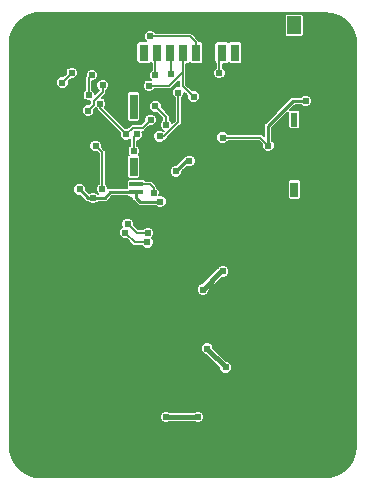
<source format=gbr>
G04 #@! TF.GenerationSoftware,KiCad,Pcbnew,5.0.0-fee4fd1~66~ubuntu16.04.1*
G04 #@! TF.CreationDate,2019-02-25T08:40:39-05:00*
G04 #@! TF.ProjectId,circuit,636972637569742E6B696361645F7063,rev?*
G04 #@! TF.SameCoordinates,Original*
G04 #@! TF.FileFunction,Copper,L2,Bot,Signal*
G04 #@! TF.FilePolarity,Positive*
%FSLAX46Y46*%
G04 Gerber Fmt 4.6, Leading zero omitted, Abs format (unit mm)*
G04 Created by KiCad (PCBNEW 5.0.0-fee4fd1~66~ubuntu16.04.1) date Mon Feb 25 08:40:39 2019*
%MOMM*%
%LPD*%
G01*
G04 APERTURE LIST*
G04 #@! TA.AperFunction,SMDPad,CuDef*
%ADD10R,0.800000X1.400000*%
G04 #@! TD*
G04 #@! TA.AperFunction,SMDPad,CuDef*
%ADD11R,1.160000X1.500000*%
G04 #@! TD*
G04 #@! TA.AperFunction,SMDPad,CuDef*
%ADD12R,0.600000X1.150000*%
G04 #@! TD*
G04 #@! TA.AperFunction,SMDPad,CuDef*
%ADD13R,0.650000X1.300000*%
G04 #@! TD*
G04 #@! TA.AperFunction,SMDPad,CuDef*
%ADD14R,1.150000X0.450000*%
G04 #@! TD*
G04 #@! TA.AperFunction,SMDPad,CuDef*
%ADD15R,0.650000X1.600000*%
G04 #@! TD*
G04 #@! TA.AperFunction,SMDPad,CuDef*
%ADD16R,0.650000X2.140000*%
G04 #@! TD*
G04 #@! TA.AperFunction,ComponentPad*
%ADD17O,1.200000X1.900000*%
G04 #@! TD*
G04 #@! TA.AperFunction,ComponentPad*
%ADD18C,1.450000*%
G04 #@! TD*
G04 #@! TA.AperFunction,ViaPad*
%ADD19C,0.609600*%
G04 #@! TD*
G04 #@! TA.AperFunction,Conductor*
%ADD20C,0.254000*%
G04 #@! TD*
G04 #@! TA.AperFunction,Conductor*
%ADD21C,0.152400*%
G04 #@! TD*
G04 #@! TA.AperFunction,Conductor*
%ADD22C,0.381000*%
G04 #@! TD*
G04 APERTURE END LIST*
D10*
G04 #@! TO.P,SD1,4*
G04 #@! TO.N,VCC*
X198141660Y-78281300D03*
G04 #@! TO.P,SD1,5*
G04 #@! TO.N,/sck*
X199241660Y-78281300D03*
G04 #@! TO.P,SD1,6*
G04 #@! TO.N,GND*
X200341660Y-78281300D03*
G04 #@! TO.P,SD1,7*
G04 #@! TO.N,/miso*
X201441660Y-78281300D03*
G04 #@! TO.P,SD1,8*
G04 #@! TO.N,Net-(SD1-Pad8)*
X202541660Y-78281300D03*
G04 #@! TO.P,SD1,3*
G04 #@! TO.N,/mosi*
X197041660Y-78281300D03*
G04 #@! TO.P,SD1,2*
G04 #@! TO.N,/SD_Select*
X195941660Y-78281300D03*
G04 #@! TO.P,SD1,1*
G04 #@! TO.N,Net-(SD1-Pad1)*
X194841660Y-78281300D03*
D11*
G04 #@! TO.P,SD1,*
G04 #@! TO.N,*
X207561660Y-75981300D03*
D12*
X207561660Y-83956300D03*
D13*
X207586660Y-89881300D03*
D14*
G04 #@! TO.P,SD1,9*
G04 #@! TO.N,VCC*
X194201660Y-90106300D03*
D15*
G04 #@! TO.P,SD1,*
G04 #@! TO.N,*
X193961660Y-87941300D03*
D16*
X193961660Y-82861300D03*
D14*
G04 #@! TO.P,SD1,10*
G04 #@! TO.N,/cardIN*
X194201660Y-89446300D03*
G04 #@! TD*
D17*
G04 #@! TO.P,J5,6*
G04 #@! TO.N,GND*
X185849380Y-76083680D03*
X192849380Y-76083680D03*
D18*
X186849380Y-78783680D03*
X191849380Y-78783680D03*
G04 #@! TD*
D19*
G04 #@! TO.N,GND*
X185018680Y-88204040D03*
X186959240Y-88198960D03*
X211541360Y-87198200D03*
X206618840Y-92969080D03*
X208742280Y-93080840D03*
X209819240Y-92364560D03*
X209793840Y-90119200D03*
X203631800Y-81041240D03*
X202371960Y-82067400D03*
X202539600Y-84480400D03*
X207472280Y-94691200D03*
X208396840Y-96347280D03*
X205531720Y-104302560D03*
X207187800Y-109047280D03*
X194863720Y-100863400D03*
X194939920Y-111465360D03*
X186298840Y-111312960D03*
X197886320Y-90708480D03*
X200380600Y-100223320D03*
X200411080Y-101843840D03*
X189788800Y-100482400D03*
X200233280Y-76514960D03*
G04 #@! TO.N,/miso*
X193988709Y-86620331D03*
X194233800Y-85206840D03*
X201218800Y-80025240D03*
G04 #@! TO.N,/sck*
X190178709Y-81890851D03*
X190433801Y-80193039D03*
X195376800Y-76911200D03*
X190754000Y-86187280D03*
X191305400Y-89829640D03*
G04 #@! TO.N,/mosi*
X193344800Y-85222080D03*
X191135000Y-82621120D03*
X195417440Y-83987640D03*
X197175120Y-80142080D03*
G04 #@! TO.N,/RESET*
X188737240Y-80010000D03*
X187930809Y-80821511D03*
G04 #@! TO.N,/cardIN*
X195661280Y-90185240D03*
X197739000Y-81681320D03*
X196174360Y-85369400D03*
G04 #@! TO.N,/SD_Select*
X196707760Y-84424520D03*
X195817509Y-82833229D03*
X195803520Y-80218280D03*
G04 #@! TO.N,/INT2*
X195183760Y-93558360D03*
X193456560Y-92793230D03*
G04 #@! TO.N,/INT1*
X195135500Y-94343220D03*
X193273680Y-93532960D03*
G04 #@! TO.N,VCC*
X205369160Y-86172040D03*
X208528920Y-82392520D03*
X196712840Y-109128560D03*
X199420480Y-109143800D03*
X198699120Y-87467440D03*
X197551040Y-88346280D03*
X196225160Y-90911680D03*
X189392448Y-89875248D03*
X201503280Y-85481160D03*
X190124080Y-83200240D03*
X191358520Y-81046320D03*
X190545720Y-90591641D03*
X195275200Y-81102200D03*
X201538840Y-96814640D03*
X199842120Y-98348800D03*
X200197720Y-103352600D03*
X201762360Y-104947720D03*
X199044560Y-82021680D03*
G04 #@! TD*
D20*
G04 #@! TO.N,GND*
X208630520Y-92969080D02*
X208742280Y-93080840D01*
X206618840Y-92969080D02*
X208630520Y-92969080D01*
X209819240Y-90144600D02*
X209793840Y-90119200D01*
X209819240Y-92364560D02*
X209819240Y-90144600D01*
X203398120Y-81041240D02*
X202371960Y-82067400D01*
X203631800Y-81041240D02*
X203398120Y-81041240D01*
D21*
G04 #@! TO.N,/miso*
X193988709Y-85451931D02*
X194233800Y-85206840D01*
X193988709Y-86620331D02*
X193988709Y-85451931D01*
X201218800Y-78504160D02*
X201441660Y-78281300D01*
X201218800Y-80025240D02*
X201218800Y-78504160D01*
G04 #@! TO.N,/sck*
X190178709Y-80448131D02*
X190433801Y-80193039D01*
X190178709Y-81890851D02*
X190178709Y-80448131D01*
X199241660Y-77428900D02*
X199241660Y-78281300D01*
X198723960Y-76911200D02*
X199241660Y-77428900D01*
X195376800Y-76911200D02*
X198723960Y-76911200D01*
X191305400Y-86738680D02*
X190754000Y-86187280D01*
X191305400Y-89829640D02*
X191305400Y-86738680D01*
G04 #@! TO.N,/mosi*
X191135000Y-83012280D02*
X191135000Y-82621120D01*
X193344800Y-85222080D02*
X191135000Y-83012280D01*
X193893441Y-84673439D02*
X194731641Y-84673439D01*
X194731641Y-84673439D02*
X195417440Y-83987640D01*
X193344800Y-85222080D02*
X193893441Y-84673439D01*
X197175120Y-78414760D02*
X197041660Y-78281300D01*
X197175120Y-80142080D02*
X197175120Y-78414760D01*
G04 #@! TO.N,/RESET*
X188737240Y-80015080D02*
X187930809Y-80821511D01*
X188737240Y-80010000D02*
X188737240Y-80015080D01*
G04 #@! TO.N,/cardIN*
X195661280Y-90185240D02*
X195661280Y-89738200D01*
X195369380Y-89446300D02*
X194201660Y-89446300D01*
X195661280Y-89738200D02*
X195369380Y-89446300D01*
X196552314Y-85369400D02*
X196174360Y-85369400D01*
X197739000Y-84182714D02*
X196552314Y-85369400D01*
X197739000Y-81681320D02*
X197739000Y-84182714D01*
G04 #@! TO.N,/SD_Select*
X196707760Y-83723480D02*
X195817509Y-82833229D01*
X196707760Y-84424520D02*
X196707760Y-83723480D01*
X195803520Y-78419440D02*
X195941660Y-78281300D01*
X195803520Y-80218280D02*
X195803520Y-78419440D01*
G04 #@! TO.N,/INT2*
X194221690Y-93558360D02*
X193456560Y-92793230D01*
X195183760Y-93558360D02*
X194221690Y-93558360D01*
G04 #@! TO.N,/INT1*
X194083940Y-94343220D02*
X193273680Y-93532960D01*
X195135500Y-94343220D02*
X194083940Y-94343220D01*
D20*
G04 #@! TO.N,VCC*
X205369160Y-86172040D02*
X205369160Y-84510880D01*
X207487520Y-82392520D02*
X208528920Y-82392520D01*
X205369160Y-84510880D02*
X207487520Y-82392520D01*
D22*
X199405240Y-109128560D02*
X199420480Y-109143800D01*
X196712840Y-109128560D02*
X199405240Y-109128560D01*
D20*
X198429880Y-87467440D02*
X197551040Y-88346280D01*
X198699120Y-87467440D02*
X198429880Y-87467440D01*
X194201660Y-90585300D02*
X194201660Y-90106300D01*
X194528040Y-90911680D02*
X194201660Y-90585300D01*
X196225160Y-90911680D02*
X194528040Y-90911680D01*
X194201660Y-90106300D02*
X192007438Y-90106300D01*
X190108841Y-90591641D02*
X189392448Y-89875248D01*
X192007438Y-90106300D02*
X191522097Y-90591641D01*
D21*
X204678280Y-85481160D02*
X205369160Y-86172040D01*
X201503280Y-85481160D02*
X204678280Y-85481160D01*
X190124080Y-83200240D02*
X190601599Y-82722721D01*
X190601599Y-82722721D02*
X190601599Y-82365087D01*
X190601599Y-82365087D02*
X191358520Y-81608166D01*
X191358520Y-81608166D02*
X191358520Y-81046320D01*
D20*
X191522097Y-90591641D02*
X190545720Y-90591641D01*
X190545720Y-90591641D02*
X190108841Y-90591641D01*
D21*
X198141660Y-79133700D02*
X198141660Y-78281300D01*
X198141660Y-79964974D02*
X198141660Y-79133700D01*
X197004434Y-81102200D02*
X198141660Y-79964974D01*
X195275200Y-81102200D02*
X197004434Y-81102200D01*
D22*
X201376280Y-96814640D02*
X199842120Y-98348800D01*
X201538840Y-96814640D02*
X201376280Y-96814640D01*
X200197720Y-103383080D02*
X201762360Y-104947720D01*
X200197720Y-103352600D02*
X200197720Y-103383080D01*
D21*
X198141660Y-81118780D02*
X199044560Y-82021680D01*
X198141660Y-78281300D02*
X198141660Y-81118780D01*
G04 #@! TD*
G04 #@! TO.N,GND*
G36*
X210757442Y-74989169D02*
X211338545Y-75200100D01*
X211855543Y-75539059D01*
X212280691Y-75987854D01*
X212591193Y-76522423D01*
X212771694Y-77118388D01*
X212814801Y-77601399D01*
X212814800Y-111567665D01*
X212740985Y-112200796D01*
X212530054Y-112781901D01*
X212191097Y-113298895D01*
X211742301Y-113724044D01*
X211207731Y-114034547D01*
X210611764Y-114215048D01*
X210128766Y-114258154D01*
X186162489Y-114258154D01*
X185529358Y-114184339D01*
X184948253Y-113973408D01*
X184431259Y-113634451D01*
X184006110Y-113185655D01*
X183695607Y-112651085D01*
X183515106Y-112055118D01*
X183472000Y-111572120D01*
X183472000Y-109022460D01*
X196179440Y-109022460D01*
X196179440Y-109234660D01*
X196260645Y-109430707D01*
X196410693Y-109580755D01*
X196606740Y-109661960D01*
X196818940Y-109661960D01*
X197014987Y-109580755D01*
X197048082Y-109547660D01*
X199069998Y-109547660D01*
X199118333Y-109595995D01*
X199314380Y-109677200D01*
X199526580Y-109677200D01*
X199722627Y-109595995D01*
X199872675Y-109445947D01*
X199953880Y-109249900D01*
X199953880Y-109037700D01*
X199872675Y-108841653D01*
X199722627Y-108691605D01*
X199526580Y-108610400D01*
X199314380Y-108610400D01*
X199118333Y-108691605D01*
X199100478Y-108709460D01*
X197048082Y-108709460D01*
X197014987Y-108676365D01*
X196818940Y-108595160D01*
X196606740Y-108595160D01*
X196410693Y-108676365D01*
X196260645Y-108826413D01*
X196179440Y-109022460D01*
X183472000Y-109022460D01*
X183472000Y-103246500D01*
X199664320Y-103246500D01*
X199664320Y-103458700D01*
X199745525Y-103654747D01*
X199895573Y-103804795D01*
X200091620Y-103886000D01*
X200107944Y-103886000D01*
X201228960Y-105007017D01*
X201228960Y-105053820D01*
X201310165Y-105249867D01*
X201460213Y-105399915D01*
X201656260Y-105481120D01*
X201868460Y-105481120D01*
X202064507Y-105399915D01*
X202214555Y-105249867D01*
X202295760Y-105053820D01*
X202295760Y-104841620D01*
X202214555Y-104645573D01*
X202064507Y-104495525D01*
X201868460Y-104414320D01*
X201821657Y-104414320D01*
X200731120Y-103323784D01*
X200731120Y-103246500D01*
X200649915Y-103050453D01*
X200499867Y-102900405D01*
X200303820Y-102819200D01*
X200091620Y-102819200D01*
X199895573Y-102900405D01*
X199745525Y-103050453D01*
X199664320Y-103246500D01*
X183472000Y-103246500D01*
X183472000Y-98242700D01*
X199308720Y-98242700D01*
X199308720Y-98454900D01*
X199389925Y-98650947D01*
X199539973Y-98800995D01*
X199736020Y-98882200D01*
X199948220Y-98882200D01*
X200144267Y-98800995D01*
X200294315Y-98650947D01*
X200375520Y-98454900D01*
X200375520Y-98408096D01*
X201435577Y-97348040D01*
X201644940Y-97348040D01*
X201840987Y-97266835D01*
X201991035Y-97116787D01*
X202072240Y-96920740D01*
X202072240Y-96708540D01*
X201991035Y-96512493D01*
X201840987Y-96362445D01*
X201644940Y-96281240D01*
X201432740Y-96281240D01*
X201236693Y-96362445D01*
X201111875Y-96487263D01*
X201074126Y-96512486D01*
X201050746Y-96547477D01*
X199782824Y-97815400D01*
X199736020Y-97815400D01*
X199539973Y-97896605D01*
X199389925Y-98046653D01*
X199308720Y-98242700D01*
X183472000Y-98242700D01*
X183472000Y-93426860D01*
X192740280Y-93426860D01*
X192740280Y-93639060D01*
X192821485Y-93835107D01*
X192971533Y-93985155D01*
X193167580Y-94066360D01*
X193376028Y-94066360D01*
X193847188Y-94537520D01*
X193864192Y-94562968D01*
X193965013Y-94630335D01*
X194053922Y-94648020D01*
X194053925Y-94648020D01*
X194083940Y-94653990D01*
X194113955Y-94648020D01*
X194685958Y-94648020D01*
X194833353Y-94795415D01*
X195029400Y-94876620D01*
X195241600Y-94876620D01*
X195437647Y-94795415D01*
X195587695Y-94645367D01*
X195668900Y-94449320D01*
X195668900Y-94237120D01*
X195587695Y-94041073D01*
X195521542Y-93974920D01*
X195635955Y-93860507D01*
X195717160Y-93664460D01*
X195717160Y-93452260D01*
X195635955Y-93256213D01*
X195485907Y-93106165D01*
X195289860Y-93024960D01*
X195077660Y-93024960D01*
X194881613Y-93106165D01*
X194734218Y-93253560D01*
X194347942Y-93253560D01*
X193989960Y-92895578D01*
X193989960Y-92687130D01*
X193908755Y-92491083D01*
X193758707Y-92341035D01*
X193562660Y-92259830D01*
X193350460Y-92259830D01*
X193154413Y-92341035D01*
X193004365Y-92491083D01*
X192923160Y-92687130D01*
X192923160Y-92899330D01*
X192994391Y-93071297D01*
X192971533Y-93080765D01*
X192821485Y-93230813D01*
X192740280Y-93426860D01*
X183472000Y-93426860D01*
X183472000Y-89769148D01*
X188859048Y-89769148D01*
X188859048Y-89981348D01*
X188940253Y-90177395D01*
X189090301Y-90327443D01*
X189286348Y-90408648D01*
X189422954Y-90408648D01*
X189832632Y-90818327D01*
X189852468Y-90848014D01*
X189882155Y-90867850D01*
X189882156Y-90867851D01*
X189970093Y-90926608D01*
X190108841Y-90954207D01*
X190143861Y-90947241D01*
X190146978Y-90947241D01*
X190243573Y-91043836D01*
X190439620Y-91125041D01*
X190651820Y-91125041D01*
X190847867Y-91043836D01*
X190944462Y-90947241D01*
X191487077Y-90947241D01*
X191522097Y-90954207D01*
X191557117Y-90947241D01*
X191660845Y-90926608D01*
X191778470Y-90848014D01*
X191798308Y-90818324D01*
X192154733Y-90461900D01*
X193438990Y-90461900D01*
X193461849Y-90496111D01*
X193537465Y-90546636D01*
X193626660Y-90564378D01*
X193843256Y-90564378D01*
X193839094Y-90585300D01*
X193853020Y-90655307D01*
X193866693Y-90724047D01*
X193945287Y-90841672D01*
X193974975Y-90861509D01*
X194251830Y-91138365D01*
X194271667Y-91168053D01*
X194301354Y-91187889D01*
X194301355Y-91187890D01*
X194389292Y-91246647D01*
X194528039Y-91274246D01*
X194563059Y-91267280D01*
X195826418Y-91267280D01*
X195923013Y-91363875D01*
X196119060Y-91445080D01*
X196331260Y-91445080D01*
X196527307Y-91363875D01*
X196677355Y-91213827D01*
X196758560Y-91017780D01*
X196758560Y-90805580D01*
X196677355Y-90609533D01*
X196527307Y-90459485D01*
X196331260Y-90378280D01*
X196158668Y-90378280D01*
X196194680Y-90291340D01*
X196194680Y-90079140D01*
X196113475Y-89883093D01*
X195971475Y-89741093D01*
X195972050Y-89738200D01*
X195966080Y-89708185D01*
X195966080Y-89708182D01*
X195948395Y-89619273D01*
X195917544Y-89573101D01*
X195898032Y-89543899D01*
X195898030Y-89543897D01*
X195881028Y-89518452D01*
X195855583Y-89501450D01*
X195606132Y-89251999D01*
X195592301Y-89231300D01*
X207028582Y-89231300D01*
X207028582Y-90531300D01*
X207046324Y-90620495D01*
X207096849Y-90696111D01*
X207172465Y-90746636D01*
X207261660Y-90764378D01*
X207911660Y-90764378D01*
X208000855Y-90746636D01*
X208076471Y-90696111D01*
X208126996Y-90620495D01*
X208144738Y-90531300D01*
X208144738Y-89231300D01*
X208126996Y-89142105D01*
X208076471Y-89066489D01*
X208000855Y-89015964D01*
X207911660Y-88998222D01*
X207261660Y-88998222D01*
X207172465Y-89015964D01*
X207096849Y-89066489D01*
X207046324Y-89142105D01*
X207028582Y-89231300D01*
X195592301Y-89231300D01*
X195589128Y-89226552D01*
X195488307Y-89159185D01*
X195399398Y-89141500D01*
X195399394Y-89141500D01*
X195369380Y-89135530D01*
X195339366Y-89141500D01*
X194993865Y-89141500D01*
X194991996Y-89132105D01*
X194941471Y-89056489D01*
X194865855Y-89005964D01*
X194776660Y-88988222D01*
X193626660Y-88988222D01*
X193537465Y-89005964D01*
X193461849Y-89056489D01*
X193411324Y-89132105D01*
X193393582Y-89221300D01*
X193393582Y-89671300D01*
X193409376Y-89750700D01*
X192042458Y-89750700D01*
X192007438Y-89743734D01*
X191972418Y-89750700D01*
X191868690Y-89771333D01*
X191838800Y-89791305D01*
X191838800Y-89723540D01*
X191757595Y-89527493D01*
X191610200Y-89380098D01*
X191610200Y-86768692D01*
X191616170Y-86738679D01*
X191610200Y-86708666D01*
X191610200Y-86708662D01*
X191592515Y-86619753D01*
X191525148Y-86518932D01*
X191499700Y-86501928D01*
X191287400Y-86289628D01*
X191287400Y-86081180D01*
X191206195Y-85885133D01*
X191056147Y-85735085D01*
X190860100Y-85653880D01*
X190647900Y-85653880D01*
X190451853Y-85735085D01*
X190301805Y-85885133D01*
X190220600Y-86081180D01*
X190220600Y-86293380D01*
X190301805Y-86489427D01*
X190451853Y-86639475D01*
X190647900Y-86720680D01*
X190856348Y-86720680D01*
X191000601Y-86864933D01*
X191000600Y-89380098D01*
X190853205Y-89527493D01*
X190772000Y-89723540D01*
X190772000Y-89935740D01*
X190853205Y-90131787D01*
X190957459Y-90236041D01*
X190944462Y-90236041D01*
X190847867Y-90139446D01*
X190651820Y-90058241D01*
X190439620Y-90058241D01*
X190243573Y-90139446D01*
X190201557Y-90181462D01*
X189925848Y-89905754D01*
X189925848Y-89769148D01*
X189844643Y-89573101D01*
X189694595Y-89423053D01*
X189498548Y-89341848D01*
X189286348Y-89341848D01*
X189090301Y-89423053D01*
X188940253Y-89573101D01*
X188859048Y-89769148D01*
X183472000Y-89769148D01*
X183472000Y-83094140D01*
X189590680Y-83094140D01*
X189590680Y-83306340D01*
X189671885Y-83502387D01*
X189821933Y-83652435D01*
X190017980Y-83733640D01*
X190230180Y-83733640D01*
X190426227Y-83652435D01*
X190576275Y-83502387D01*
X190657480Y-83306340D01*
X190657480Y-83097893D01*
X190757455Y-82997917D01*
X190832853Y-83073315D01*
X190836686Y-83074903D01*
X190847885Y-83131206D01*
X190871110Y-83165964D01*
X190915252Y-83232028D01*
X190940700Y-83249032D01*
X192811400Y-85119732D01*
X192811400Y-85328180D01*
X192892605Y-85524227D01*
X193042653Y-85674275D01*
X193238700Y-85755480D01*
X193450900Y-85755480D01*
X193646947Y-85674275D01*
X193683910Y-85637312D01*
X193683909Y-86170789D01*
X193536514Y-86318184D01*
X193455309Y-86514231D01*
X193455309Y-86726431D01*
X193536514Y-86922478D01*
X193542990Y-86928954D01*
X193471849Y-86976489D01*
X193421324Y-87052105D01*
X193403582Y-87141300D01*
X193403582Y-88741300D01*
X193421324Y-88830495D01*
X193471849Y-88906111D01*
X193547465Y-88956636D01*
X193636660Y-88974378D01*
X194286660Y-88974378D01*
X194375855Y-88956636D01*
X194451471Y-88906111D01*
X194501996Y-88830495D01*
X194519738Y-88741300D01*
X194519738Y-88240180D01*
X197017640Y-88240180D01*
X197017640Y-88452380D01*
X197098845Y-88648427D01*
X197248893Y-88798475D01*
X197444940Y-88879680D01*
X197657140Y-88879680D01*
X197853187Y-88798475D01*
X198003235Y-88648427D01*
X198084440Y-88452380D01*
X198084440Y-88315774D01*
X198456091Y-87944123D01*
X198593020Y-88000840D01*
X198805220Y-88000840D01*
X199001267Y-87919635D01*
X199151315Y-87769587D01*
X199232520Y-87573540D01*
X199232520Y-87361340D01*
X199151315Y-87165293D01*
X199001267Y-87015245D01*
X198805220Y-86934040D01*
X198593020Y-86934040D01*
X198396973Y-87015245D01*
X198256816Y-87155402D01*
X198173507Y-87211067D01*
X198153669Y-87240757D01*
X197581546Y-87812880D01*
X197444940Y-87812880D01*
X197248893Y-87894085D01*
X197098845Y-88044133D01*
X197017640Y-88240180D01*
X194519738Y-88240180D01*
X194519738Y-87141300D01*
X194501996Y-87052105D01*
X194451471Y-86976489D01*
X194412759Y-86950623D01*
X194440904Y-86922478D01*
X194522109Y-86726431D01*
X194522109Y-86514231D01*
X194440904Y-86318184D01*
X194293509Y-86170789D01*
X194293509Y-85740240D01*
X194339900Y-85740240D01*
X194535947Y-85659035D01*
X194685995Y-85508987D01*
X194767200Y-85312940D01*
X194767200Y-85100740D01*
X194717790Y-84981454D01*
X194731641Y-84984209D01*
X194761655Y-84978239D01*
X194761659Y-84978239D01*
X194850568Y-84960554D01*
X194951389Y-84893187D01*
X194968393Y-84867739D01*
X195315092Y-84521040D01*
X195523540Y-84521040D01*
X195719587Y-84439835D01*
X195869635Y-84289787D01*
X195950840Y-84093740D01*
X195950840Y-83881540D01*
X195869635Y-83685493D01*
X195719587Y-83535445D01*
X195523540Y-83454240D01*
X195311340Y-83454240D01*
X195115293Y-83535445D01*
X194965245Y-83685493D01*
X194884040Y-83881540D01*
X194884040Y-84089988D01*
X194605389Y-84368639D01*
X193923456Y-84368639D01*
X193893441Y-84362669D01*
X193863426Y-84368639D01*
X193863423Y-84368639D01*
X193774514Y-84386324D01*
X193673693Y-84453691D01*
X193656689Y-84479139D01*
X193447148Y-84688680D01*
X193242452Y-84688680D01*
X191532117Y-82978345D01*
X191587195Y-82923267D01*
X191668400Y-82727220D01*
X191668400Y-82515020D01*
X191587195Y-82318973D01*
X191437147Y-82168925D01*
X191289833Y-82107906D01*
X191552824Y-81844915D01*
X191578268Y-81827914D01*
X191595270Y-81802469D01*
X191595272Y-81802467D01*
X191602733Y-81791300D01*
X193403582Y-81791300D01*
X193403582Y-83931300D01*
X193421324Y-84020495D01*
X193471849Y-84096111D01*
X193547465Y-84146636D01*
X193636660Y-84164378D01*
X194286660Y-84164378D01*
X194375855Y-84146636D01*
X194451471Y-84096111D01*
X194501996Y-84020495D01*
X194519738Y-83931300D01*
X194519738Y-81791300D01*
X194501996Y-81702105D01*
X194451471Y-81626489D01*
X194375855Y-81575964D01*
X194286660Y-81558222D01*
X193636660Y-81558222D01*
X193547465Y-81575964D01*
X193471849Y-81626489D01*
X193421324Y-81702105D01*
X193403582Y-81791300D01*
X191602733Y-81791300D01*
X191645635Y-81727093D01*
X191660710Y-81651303D01*
X191663320Y-81638184D01*
X191663320Y-81638181D01*
X191669290Y-81608166D01*
X191663320Y-81578152D01*
X191663320Y-81495862D01*
X191810715Y-81348467D01*
X191891920Y-81152420D01*
X191891920Y-80940220D01*
X191810715Y-80744173D01*
X191660667Y-80594125D01*
X191464620Y-80512920D01*
X191252420Y-80512920D01*
X191056373Y-80594125D01*
X190906325Y-80744173D01*
X190825120Y-80940220D01*
X190825120Y-81152420D01*
X190906325Y-81348467D01*
X191046746Y-81488888D01*
X190712109Y-81823525D01*
X190712109Y-81784751D01*
X190630904Y-81588704D01*
X190483509Y-81441309D01*
X190483509Y-80726439D01*
X190539901Y-80726439D01*
X190735948Y-80645234D01*
X190885996Y-80495186D01*
X190967201Y-80299139D01*
X190967201Y-80086939D01*
X190885996Y-79890892D01*
X190735948Y-79740844D01*
X190539901Y-79659639D01*
X190327701Y-79659639D01*
X190131654Y-79740844D01*
X189981606Y-79890892D01*
X189900401Y-80086939D01*
X189900401Y-80299139D01*
X189904719Y-80309563D01*
X189891594Y-80329205D01*
X189867939Y-80448131D01*
X189873910Y-80478150D01*
X189873909Y-81441309D01*
X189726514Y-81588704D01*
X189645309Y-81784751D01*
X189645309Y-81996951D01*
X189726514Y-82192998D01*
X189876562Y-82343046D01*
X190072609Y-82424251D01*
X190284809Y-82424251D01*
X190296799Y-82419285D01*
X190296799Y-82596468D01*
X190226427Y-82666840D01*
X190017980Y-82666840D01*
X189821933Y-82748045D01*
X189671885Y-82898093D01*
X189590680Y-83094140D01*
X183472000Y-83094140D01*
X183472000Y-80715411D01*
X187397409Y-80715411D01*
X187397409Y-80927611D01*
X187478614Y-81123658D01*
X187628662Y-81273706D01*
X187824709Y-81354911D01*
X188036909Y-81354911D01*
X188232956Y-81273706D01*
X188383004Y-81123658D01*
X188464209Y-80927611D01*
X188464209Y-80719163D01*
X188639972Y-80543400D01*
X188843340Y-80543400D01*
X189039387Y-80462195D01*
X189189435Y-80312147D01*
X189270640Y-80116100D01*
X189270640Y-79903900D01*
X189189435Y-79707853D01*
X189039387Y-79557805D01*
X188843340Y-79476600D01*
X188631140Y-79476600D01*
X188435093Y-79557805D01*
X188285045Y-79707853D01*
X188203840Y-79903900D01*
X188203840Y-80116100D01*
X188204229Y-80117039D01*
X188033157Y-80288111D01*
X187824709Y-80288111D01*
X187628662Y-80369316D01*
X187478614Y-80519364D01*
X187397409Y-80715411D01*
X183472000Y-80715411D01*
X183472000Y-77605843D01*
X183474861Y-77581300D01*
X194208582Y-77581300D01*
X194208582Y-78981300D01*
X194226324Y-79070495D01*
X194276849Y-79146111D01*
X194352465Y-79196636D01*
X194441660Y-79214378D01*
X195241660Y-79214378D01*
X195330855Y-79196636D01*
X195391660Y-79156007D01*
X195452465Y-79196636D01*
X195498721Y-79205837D01*
X195498720Y-79768738D01*
X195351325Y-79916133D01*
X195270120Y-80112180D01*
X195270120Y-80324380D01*
X195351325Y-80520427D01*
X195412707Y-80581809D01*
X195381300Y-80568800D01*
X195169100Y-80568800D01*
X194973053Y-80650005D01*
X194823005Y-80800053D01*
X194741800Y-80996100D01*
X194741800Y-81208300D01*
X194823005Y-81404347D01*
X194973053Y-81554395D01*
X195169100Y-81635600D01*
X195381300Y-81635600D01*
X195577347Y-81554395D01*
X195724742Y-81407000D01*
X196974420Y-81407000D01*
X197004434Y-81412970D01*
X197034448Y-81407000D01*
X197034452Y-81407000D01*
X197123361Y-81389315D01*
X197224182Y-81321948D01*
X197241186Y-81296500D01*
X197836861Y-80700825D01*
X197836861Y-81088761D01*
X197830890Y-81118780D01*
X197836686Y-81147920D01*
X197632900Y-81147920D01*
X197436853Y-81229125D01*
X197286805Y-81379173D01*
X197205600Y-81575220D01*
X197205600Y-81787420D01*
X197286805Y-81983467D01*
X197434200Y-82130862D01*
X197434201Y-84056461D01*
X197220974Y-84269688D01*
X197159955Y-84122373D01*
X197012560Y-83974978D01*
X197012560Y-83753494D01*
X197018530Y-83723479D01*
X197012560Y-83693465D01*
X197012560Y-83693462D01*
X196994875Y-83604553D01*
X196944512Y-83529179D01*
X196944510Y-83529177D01*
X196927508Y-83503732D01*
X196902063Y-83486730D01*
X196350909Y-82935577D01*
X196350909Y-82727129D01*
X196269704Y-82531082D01*
X196119656Y-82381034D01*
X195923609Y-82299829D01*
X195711409Y-82299829D01*
X195515362Y-82381034D01*
X195365314Y-82531082D01*
X195284109Y-82727129D01*
X195284109Y-82939329D01*
X195365314Y-83135376D01*
X195515362Y-83285424D01*
X195711409Y-83366629D01*
X195919857Y-83366629D01*
X196402961Y-83849734D01*
X196402961Y-83974977D01*
X196255565Y-84122373D01*
X196174360Y-84318420D01*
X196174360Y-84530620D01*
X196255565Y-84726667D01*
X196405613Y-84876715D01*
X196552928Y-84937734D01*
X196524982Y-84965680D01*
X196476507Y-84917205D01*
X196280460Y-84836000D01*
X196068260Y-84836000D01*
X195872213Y-84917205D01*
X195722165Y-85067253D01*
X195640960Y-85263300D01*
X195640960Y-85475500D01*
X195722165Y-85671547D01*
X195872213Y-85821595D01*
X196068260Y-85902800D01*
X196280460Y-85902800D01*
X196476507Y-85821595D01*
X196626555Y-85671547D01*
X196629328Y-85664852D01*
X196671241Y-85656515D01*
X196772062Y-85589148D01*
X196789066Y-85563700D01*
X196977706Y-85375060D01*
X200969880Y-85375060D01*
X200969880Y-85587260D01*
X201051085Y-85783307D01*
X201201133Y-85933355D01*
X201397180Y-86014560D01*
X201609380Y-86014560D01*
X201805427Y-85933355D01*
X201952822Y-85785960D01*
X204552028Y-85785960D01*
X204835760Y-86069693D01*
X204835760Y-86278140D01*
X204916965Y-86474187D01*
X205067013Y-86624235D01*
X205263060Y-86705440D01*
X205475260Y-86705440D01*
X205671307Y-86624235D01*
X205821355Y-86474187D01*
X205902560Y-86278140D01*
X205902560Y-86065940D01*
X205821355Y-85869893D01*
X205724760Y-85773298D01*
X205724760Y-84658174D01*
X207035273Y-83347661D01*
X207028582Y-83381300D01*
X207028582Y-84531300D01*
X207046324Y-84620495D01*
X207096849Y-84696111D01*
X207172465Y-84746636D01*
X207261660Y-84764378D01*
X207861660Y-84764378D01*
X207950855Y-84746636D01*
X208026471Y-84696111D01*
X208076996Y-84620495D01*
X208094738Y-84531300D01*
X208094738Y-83381300D01*
X208076996Y-83292105D01*
X208026471Y-83216489D01*
X207950855Y-83165964D01*
X207861660Y-83148222D01*
X207261660Y-83148222D01*
X207228021Y-83154913D01*
X207634814Y-82748120D01*
X208130178Y-82748120D01*
X208226773Y-82844715D01*
X208422820Y-82925920D01*
X208635020Y-82925920D01*
X208831067Y-82844715D01*
X208981115Y-82694667D01*
X209062320Y-82498620D01*
X209062320Y-82286420D01*
X208981115Y-82090373D01*
X208831067Y-81940325D01*
X208635020Y-81859120D01*
X208422820Y-81859120D01*
X208226773Y-81940325D01*
X208130178Y-82036920D01*
X207522534Y-82036920D01*
X207487519Y-82029955D01*
X207452504Y-82036920D01*
X207452500Y-82036920D01*
X207348772Y-82057553D01*
X207231147Y-82136147D01*
X207211309Y-82165837D01*
X205142475Y-84234671D01*
X205112788Y-84254507D01*
X205092952Y-84284194D01*
X205092950Y-84284196D01*
X205034193Y-84372133D01*
X205006594Y-84510880D01*
X205013561Y-84545905D01*
X205013560Y-85385388D01*
X204915032Y-85286860D01*
X204898028Y-85261412D01*
X204797207Y-85194045D01*
X204708298Y-85176360D01*
X204708294Y-85176360D01*
X204678280Y-85170390D01*
X204648266Y-85176360D01*
X201952822Y-85176360D01*
X201805427Y-85028965D01*
X201609380Y-84947760D01*
X201397180Y-84947760D01*
X201201133Y-85028965D01*
X201051085Y-85179013D01*
X200969880Y-85375060D01*
X196977706Y-85375060D01*
X197933300Y-84419466D01*
X197958748Y-84402462D01*
X198026115Y-84301641D01*
X198043800Y-84212732D01*
X198043800Y-84212728D01*
X198049770Y-84182715D01*
X198043800Y-84152702D01*
X198043800Y-82130862D01*
X198191195Y-81983467D01*
X198272400Y-81787420D01*
X198272400Y-81680572D01*
X198511160Y-81919332D01*
X198511160Y-82127780D01*
X198592365Y-82323827D01*
X198742413Y-82473875D01*
X198938460Y-82555080D01*
X199150660Y-82555080D01*
X199346707Y-82473875D01*
X199496755Y-82323827D01*
X199577960Y-82127780D01*
X199577960Y-81915580D01*
X199496755Y-81719533D01*
X199346707Y-81569485D01*
X199150660Y-81488280D01*
X198942212Y-81488280D01*
X198446460Y-80992528D01*
X198446460Y-79994988D01*
X198452430Y-79964975D01*
X198446460Y-79934962D01*
X198446460Y-79919140D01*
X200685400Y-79919140D01*
X200685400Y-80131340D01*
X200766605Y-80327387D01*
X200916653Y-80477435D01*
X201112700Y-80558640D01*
X201324900Y-80558640D01*
X201520947Y-80477435D01*
X201670995Y-80327387D01*
X201752200Y-80131340D01*
X201752200Y-79919140D01*
X201670995Y-79723093D01*
X201523600Y-79575698D01*
X201523600Y-79214378D01*
X201841660Y-79214378D01*
X201930855Y-79196636D01*
X201991660Y-79156007D01*
X202052465Y-79196636D01*
X202141660Y-79214378D01*
X202941660Y-79214378D01*
X203030855Y-79196636D01*
X203106471Y-79146111D01*
X203156996Y-79070495D01*
X203174738Y-78981300D01*
X203174738Y-77581300D01*
X203156996Y-77492105D01*
X203106471Y-77416489D01*
X203030855Y-77365964D01*
X202941660Y-77348222D01*
X202141660Y-77348222D01*
X202052465Y-77365964D01*
X201991660Y-77406593D01*
X201930855Y-77365964D01*
X201841660Y-77348222D01*
X201041660Y-77348222D01*
X200952465Y-77365964D01*
X200876849Y-77416489D01*
X200826324Y-77492105D01*
X200808582Y-77581300D01*
X200808582Y-78981300D01*
X200826324Y-79070495D01*
X200876849Y-79146111D01*
X200914001Y-79170935D01*
X200914000Y-79575698D01*
X200766605Y-79723093D01*
X200685400Y-79919140D01*
X198446460Y-79919140D01*
X198446460Y-79214378D01*
X198541660Y-79214378D01*
X198630855Y-79196636D01*
X198691660Y-79156007D01*
X198752465Y-79196636D01*
X198841660Y-79214378D01*
X199641660Y-79214378D01*
X199730855Y-79196636D01*
X199806471Y-79146111D01*
X199856996Y-79070495D01*
X199874738Y-78981300D01*
X199874738Y-77581300D01*
X199856996Y-77492105D01*
X199806471Y-77416489D01*
X199730855Y-77365964D01*
X199641660Y-77348222D01*
X199536383Y-77348222D01*
X199528775Y-77309973D01*
X199461408Y-77209152D01*
X199435961Y-77192149D01*
X198960712Y-76716900D01*
X198943708Y-76691452D01*
X198842887Y-76624085D01*
X198753978Y-76606400D01*
X198753974Y-76606400D01*
X198723960Y-76600430D01*
X198693946Y-76606400D01*
X195826342Y-76606400D01*
X195678947Y-76459005D01*
X195482900Y-76377800D01*
X195270700Y-76377800D01*
X195074653Y-76459005D01*
X194924605Y-76609053D01*
X194843400Y-76805100D01*
X194843400Y-77017300D01*
X194924605Y-77213347D01*
X195059480Y-77348222D01*
X194441660Y-77348222D01*
X194352465Y-77365964D01*
X194276849Y-77416489D01*
X194226324Y-77492105D01*
X194208582Y-77581300D01*
X183474861Y-77581300D01*
X183545815Y-76972712D01*
X183756746Y-76391609D01*
X184095705Y-75874611D01*
X184544500Y-75449463D01*
X184920095Y-75231300D01*
X206748582Y-75231300D01*
X206748582Y-76731300D01*
X206766324Y-76820495D01*
X206816849Y-76896111D01*
X206892465Y-76946636D01*
X206981660Y-76964378D01*
X208141660Y-76964378D01*
X208230855Y-76946636D01*
X208306471Y-76896111D01*
X208356996Y-76820495D01*
X208374738Y-76731300D01*
X208374738Y-75231300D01*
X208356996Y-75142105D01*
X208306471Y-75066489D01*
X208230855Y-75015964D01*
X208141660Y-74998222D01*
X206981660Y-74998222D01*
X206892465Y-75015964D01*
X206816849Y-75066489D01*
X206766324Y-75142105D01*
X206748582Y-75231300D01*
X184920095Y-75231300D01*
X185079069Y-75138961D01*
X185675034Y-74958460D01*
X186158034Y-74915354D01*
X210124311Y-74915354D01*
X210757442Y-74989169D01*
X210757442Y-74989169D01*
G37*
X210757442Y-74989169D02*
X211338545Y-75200100D01*
X211855543Y-75539059D01*
X212280691Y-75987854D01*
X212591193Y-76522423D01*
X212771694Y-77118388D01*
X212814801Y-77601399D01*
X212814800Y-111567665D01*
X212740985Y-112200796D01*
X212530054Y-112781901D01*
X212191097Y-113298895D01*
X211742301Y-113724044D01*
X211207731Y-114034547D01*
X210611764Y-114215048D01*
X210128766Y-114258154D01*
X186162489Y-114258154D01*
X185529358Y-114184339D01*
X184948253Y-113973408D01*
X184431259Y-113634451D01*
X184006110Y-113185655D01*
X183695607Y-112651085D01*
X183515106Y-112055118D01*
X183472000Y-111572120D01*
X183472000Y-109022460D01*
X196179440Y-109022460D01*
X196179440Y-109234660D01*
X196260645Y-109430707D01*
X196410693Y-109580755D01*
X196606740Y-109661960D01*
X196818940Y-109661960D01*
X197014987Y-109580755D01*
X197048082Y-109547660D01*
X199069998Y-109547660D01*
X199118333Y-109595995D01*
X199314380Y-109677200D01*
X199526580Y-109677200D01*
X199722627Y-109595995D01*
X199872675Y-109445947D01*
X199953880Y-109249900D01*
X199953880Y-109037700D01*
X199872675Y-108841653D01*
X199722627Y-108691605D01*
X199526580Y-108610400D01*
X199314380Y-108610400D01*
X199118333Y-108691605D01*
X199100478Y-108709460D01*
X197048082Y-108709460D01*
X197014987Y-108676365D01*
X196818940Y-108595160D01*
X196606740Y-108595160D01*
X196410693Y-108676365D01*
X196260645Y-108826413D01*
X196179440Y-109022460D01*
X183472000Y-109022460D01*
X183472000Y-103246500D01*
X199664320Y-103246500D01*
X199664320Y-103458700D01*
X199745525Y-103654747D01*
X199895573Y-103804795D01*
X200091620Y-103886000D01*
X200107944Y-103886000D01*
X201228960Y-105007017D01*
X201228960Y-105053820D01*
X201310165Y-105249867D01*
X201460213Y-105399915D01*
X201656260Y-105481120D01*
X201868460Y-105481120D01*
X202064507Y-105399915D01*
X202214555Y-105249867D01*
X202295760Y-105053820D01*
X202295760Y-104841620D01*
X202214555Y-104645573D01*
X202064507Y-104495525D01*
X201868460Y-104414320D01*
X201821657Y-104414320D01*
X200731120Y-103323784D01*
X200731120Y-103246500D01*
X200649915Y-103050453D01*
X200499867Y-102900405D01*
X200303820Y-102819200D01*
X200091620Y-102819200D01*
X199895573Y-102900405D01*
X199745525Y-103050453D01*
X199664320Y-103246500D01*
X183472000Y-103246500D01*
X183472000Y-98242700D01*
X199308720Y-98242700D01*
X199308720Y-98454900D01*
X199389925Y-98650947D01*
X199539973Y-98800995D01*
X199736020Y-98882200D01*
X199948220Y-98882200D01*
X200144267Y-98800995D01*
X200294315Y-98650947D01*
X200375520Y-98454900D01*
X200375520Y-98408096D01*
X201435577Y-97348040D01*
X201644940Y-97348040D01*
X201840987Y-97266835D01*
X201991035Y-97116787D01*
X202072240Y-96920740D01*
X202072240Y-96708540D01*
X201991035Y-96512493D01*
X201840987Y-96362445D01*
X201644940Y-96281240D01*
X201432740Y-96281240D01*
X201236693Y-96362445D01*
X201111875Y-96487263D01*
X201074126Y-96512486D01*
X201050746Y-96547477D01*
X199782824Y-97815400D01*
X199736020Y-97815400D01*
X199539973Y-97896605D01*
X199389925Y-98046653D01*
X199308720Y-98242700D01*
X183472000Y-98242700D01*
X183472000Y-93426860D01*
X192740280Y-93426860D01*
X192740280Y-93639060D01*
X192821485Y-93835107D01*
X192971533Y-93985155D01*
X193167580Y-94066360D01*
X193376028Y-94066360D01*
X193847188Y-94537520D01*
X193864192Y-94562968D01*
X193965013Y-94630335D01*
X194053922Y-94648020D01*
X194053925Y-94648020D01*
X194083940Y-94653990D01*
X194113955Y-94648020D01*
X194685958Y-94648020D01*
X194833353Y-94795415D01*
X195029400Y-94876620D01*
X195241600Y-94876620D01*
X195437647Y-94795415D01*
X195587695Y-94645367D01*
X195668900Y-94449320D01*
X195668900Y-94237120D01*
X195587695Y-94041073D01*
X195521542Y-93974920D01*
X195635955Y-93860507D01*
X195717160Y-93664460D01*
X195717160Y-93452260D01*
X195635955Y-93256213D01*
X195485907Y-93106165D01*
X195289860Y-93024960D01*
X195077660Y-93024960D01*
X194881613Y-93106165D01*
X194734218Y-93253560D01*
X194347942Y-93253560D01*
X193989960Y-92895578D01*
X193989960Y-92687130D01*
X193908755Y-92491083D01*
X193758707Y-92341035D01*
X193562660Y-92259830D01*
X193350460Y-92259830D01*
X193154413Y-92341035D01*
X193004365Y-92491083D01*
X192923160Y-92687130D01*
X192923160Y-92899330D01*
X192994391Y-93071297D01*
X192971533Y-93080765D01*
X192821485Y-93230813D01*
X192740280Y-93426860D01*
X183472000Y-93426860D01*
X183472000Y-89769148D01*
X188859048Y-89769148D01*
X188859048Y-89981348D01*
X188940253Y-90177395D01*
X189090301Y-90327443D01*
X189286348Y-90408648D01*
X189422954Y-90408648D01*
X189832632Y-90818327D01*
X189852468Y-90848014D01*
X189882155Y-90867850D01*
X189882156Y-90867851D01*
X189970093Y-90926608D01*
X190108841Y-90954207D01*
X190143861Y-90947241D01*
X190146978Y-90947241D01*
X190243573Y-91043836D01*
X190439620Y-91125041D01*
X190651820Y-91125041D01*
X190847867Y-91043836D01*
X190944462Y-90947241D01*
X191487077Y-90947241D01*
X191522097Y-90954207D01*
X191557117Y-90947241D01*
X191660845Y-90926608D01*
X191778470Y-90848014D01*
X191798308Y-90818324D01*
X192154733Y-90461900D01*
X193438990Y-90461900D01*
X193461849Y-90496111D01*
X193537465Y-90546636D01*
X193626660Y-90564378D01*
X193843256Y-90564378D01*
X193839094Y-90585300D01*
X193853020Y-90655307D01*
X193866693Y-90724047D01*
X193945287Y-90841672D01*
X193974975Y-90861509D01*
X194251830Y-91138365D01*
X194271667Y-91168053D01*
X194301354Y-91187889D01*
X194301355Y-91187890D01*
X194389292Y-91246647D01*
X194528039Y-91274246D01*
X194563059Y-91267280D01*
X195826418Y-91267280D01*
X195923013Y-91363875D01*
X196119060Y-91445080D01*
X196331260Y-91445080D01*
X196527307Y-91363875D01*
X196677355Y-91213827D01*
X196758560Y-91017780D01*
X196758560Y-90805580D01*
X196677355Y-90609533D01*
X196527307Y-90459485D01*
X196331260Y-90378280D01*
X196158668Y-90378280D01*
X196194680Y-90291340D01*
X196194680Y-90079140D01*
X196113475Y-89883093D01*
X195971475Y-89741093D01*
X195972050Y-89738200D01*
X195966080Y-89708185D01*
X195966080Y-89708182D01*
X195948395Y-89619273D01*
X195917544Y-89573101D01*
X195898032Y-89543899D01*
X195898030Y-89543897D01*
X195881028Y-89518452D01*
X195855583Y-89501450D01*
X195606132Y-89251999D01*
X195592301Y-89231300D01*
X207028582Y-89231300D01*
X207028582Y-90531300D01*
X207046324Y-90620495D01*
X207096849Y-90696111D01*
X207172465Y-90746636D01*
X207261660Y-90764378D01*
X207911660Y-90764378D01*
X208000855Y-90746636D01*
X208076471Y-90696111D01*
X208126996Y-90620495D01*
X208144738Y-90531300D01*
X208144738Y-89231300D01*
X208126996Y-89142105D01*
X208076471Y-89066489D01*
X208000855Y-89015964D01*
X207911660Y-88998222D01*
X207261660Y-88998222D01*
X207172465Y-89015964D01*
X207096849Y-89066489D01*
X207046324Y-89142105D01*
X207028582Y-89231300D01*
X195592301Y-89231300D01*
X195589128Y-89226552D01*
X195488307Y-89159185D01*
X195399398Y-89141500D01*
X195399394Y-89141500D01*
X195369380Y-89135530D01*
X195339366Y-89141500D01*
X194993865Y-89141500D01*
X194991996Y-89132105D01*
X194941471Y-89056489D01*
X194865855Y-89005964D01*
X194776660Y-88988222D01*
X193626660Y-88988222D01*
X193537465Y-89005964D01*
X193461849Y-89056489D01*
X193411324Y-89132105D01*
X193393582Y-89221300D01*
X193393582Y-89671300D01*
X193409376Y-89750700D01*
X192042458Y-89750700D01*
X192007438Y-89743734D01*
X191972418Y-89750700D01*
X191868690Y-89771333D01*
X191838800Y-89791305D01*
X191838800Y-89723540D01*
X191757595Y-89527493D01*
X191610200Y-89380098D01*
X191610200Y-86768692D01*
X191616170Y-86738679D01*
X191610200Y-86708666D01*
X191610200Y-86708662D01*
X191592515Y-86619753D01*
X191525148Y-86518932D01*
X191499700Y-86501928D01*
X191287400Y-86289628D01*
X191287400Y-86081180D01*
X191206195Y-85885133D01*
X191056147Y-85735085D01*
X190860100Y-85653880D01*
X190647900Y-85653880D01*
X190451853Y-85735085D01*
X190301805Y-85885133D01*
X190220600Y-86081180D01*
X190220600Y-86293380D01*
X190301805Y-86489427D01*
X190451853Y-86639475D01*
X190647900Y-86720680D01*
X190856348Y-86720680D01*
X191000601Y-86864933D01*
X191000600Y-89380098D01*
X190853205Y-89527493D01*
X190772000Y-89723540D01*
X190772000Y-89935740D01*
X190853205Y-90131787D01*
X190957459Y-90236041D01*
X190944462Y-90236041D01*
X190847867Y-90139446D01*
X190651820Y-90058241D01*
X190439620Y-90058241D01*
X190243573Y-90139446D01*
X190201557Y-90181462D01*
X189925848Y-89905754D01*
X189925848Y-89769148D01*
X189844643Y-89573101D01*
X189694595Y-89423053D01*
X189498548Y-89341848D01*
X189286348Y-89341848D01*
X189090301Y-89423053D01*
X188940253Y-89573101D01*
X188859048Y-89769148D01*
X183472000Y-89769148D01*
X183472000Y-83094140D01*
X189590680Y-83094140D01*
X189590680Y-83306340D01*
X189671885Y-83502387D01*
X189821933Y-83652435D01*
X190017980Y-83733640D01*
X190230180Y-83733640D01*
X190426227Y-83652435D01*
X190576275Y-83502387D01*
X190657480Y-83306340D01*
X190657480Y-83097893D01*
X190757455Y-82997917D01*
X190832853Y-83073315D01*
X190836686Y-83074903D01*
X190847885Y-83131206D01*
X190871110Y-83165964D01*
X190915252Y-83232028D01*
X190940700Y-83249032D01*
X192811400Y-85119732D01*
X192811400Y-85328180D01*
X192892605Y-85524227D01*
X193042653Y-85674275D01*
X193238700Y-85755480D01*
X193450900Y-85755480D01*
X193646947Y-85674275D01*
X193683910Y-85637312D01*
X193683909Y-86170789D01*
X193536514Y-86318184D01*
X193455309Y-86514231D01*
X193455309Y-86726431D01*
X193536514Y-86922478D01*
X193542990Y-86928954D01*
X193471849Y-86976489D01*
X193421324Y-87052105D01*
X193403582Y-87141300D01*
X193403582Y-88741300D01*
X193421324Y-88830495D01*
X193471849Y-88906111D01*
X193547465Y-88956636D01*
X193636660Y-88974378D01*
X194286660Y-88974378D01*
X194375855Y-88956636D01*
X194451471Y-88906111D01*
X194501996Y-88830495D01*
X194519738Y-88741300D01*
X194519738Y-88240180D01*
X197017640Y-88240180D01*
X197017640Y-88452380D01*
X197098845Y-88648427D01*
X197248893Y-88798475D01*
X197444940Y-88879680D01*
X197657140Y-88879680D01*
X197853187Y-88798475D01*
X198003235Y-88648427D01*
X198084440Y-88452380D01*
X198084440Y-88315774D01*
X198456091Y-87944123D01*
X198593020Y-88000840D01*
X198805220Y-88000840D01*
X199001267Y-87919635D01*
X199151315Y-87769587D01*
X199232520Y-87573540D01*
X199232520Y-87361340D01*
X199151315Y-87165293D01*
X199001267Y-87015245D01*
X198805220Y-86934040D01*
X198593020Y-86934040D01*
X198396973Y-87015245D01*
X198256816Y-87155402D01*
X198173507Y-87211067D01*
X198153669Y-87240757D01*
X197581546Y-87812880D01*
X197444940Y-87812880D01*
X197248893Y-87894085D01*
X197098845Y-88044133D01*
X197017640Y-88240180D01*
X194519738Y-88240180D01*
X194519738Y-87141300D01*
X194501996Y-87052105D01*
X194451471Y-86976489D01*
X194412759Y-86950623D01*
X194440904Y-86922478D01*
X194522109Y-86726431D01*
X194522109Y-86514231D01*
X194440904Y-86318184D01*
X194293509Y-86170789D01*
X194293509Y-85740240D01*
X194339900Y-85740240D01*
X194535947Y-85659035D01*
X194685995Y-85508987D01*
X194767200Y-85312940D01*
X194767200Y-85100740D01*
X194717790Y-84981454D01*
X194731641Y-84984209D01*
X194761655Y-84978239D01*
X194761659Y-84978239D01*
X194850568Y-84960554D01*
X194951389Y-84893187D01*
X194968393Y-84867739D01*
X195315092Y-84521040D01*
X195523540Y-84521040D01*
X195719587Y-84439835D01*
X195869635Y-84289787D01*
X195950840Y-84093740D01*
X195950840Y-83881540D01*
X195869635Y-83685493D01*
X195719587Y-83535445D01*
X195523540Y-83454240D01*
X195311340Y-83454240D01*
X195115293Y-83535445D01*
X194965245Y-83685493D01*
X194884040Y-83881540D01*
X194884040Y-84089988D01*
X194605389Y-84368639D01*
X193923456Y-84368639D01*
X193893441Y-84362669D01*
X193863426Y-84368639D01*
X193863423Y-84368639D01*
X193774514Y-84386324D01*
X193673693Y-84453691D01*
X193656689Y-84479139D01*
X193447148Y-84688680D01*
X193242452Y-84688680D01*
X191532117Y-82978345D01*
X191587195Y-82923267D01*
X191668400Y-82727220D01*
X191668400Y-82515020D01*
X191587195Y-82318973D01*
X191437147Y-82168925D01*
X191289833Y-82107906D01*
X191552824Y-81844915D01*
X191578268Y-81827914D01*
X191595270Y-81802469D01*
X191595272Y-81802467D01*
X191602733Y-81791300D01*
X193403582Y-81791300D01*
X193403582Y-83931300D01*
X193421324Y-84020495D01*
X193471849Y-84096111D01*
X193547465Y-84146636D01*
X193636660Y-84164378D01*
X194286660Y-84164378D01*
X194375855Y-84146636D01*
X194451471Y-84096111D01*
X194501996Y-84020495D01*
X194519738Y-83931300D01*
X194519738Y-81791300D01*
X194501996Y-81702105D01*
X194451471Y-81626489D01*
X194375855Y-81575964D01*
X194286660Y-81558222D01*
X193636660Y-81558222D01*
X193547465Y-81575964D01*
X193471849Y-81626489D01*
X193421324Y-81702105D01*
X193403582Y-81791300D01*
X191602733Y-81791300D01*
X191645635Y-81727093D01*
X191660710Y-81651303D01*
X191663320Y-81638184D01*
X191663320Y-81638181D01*
X191669290Y-81608166D01*
X191663320Y-81578152D01*
X191663320Y-81495862D01*
X191810715Y-81348467D01*
X191891920Y-81152420D01*
X191891920Y-80940220D01*
X191810715Y-80744173D01*
X191660667Y-80594125D01*
X191464620Y-80512920D01*
X191252420Y-80512920D01*
X191056373Y-80594125D01*
X190906325Y-80744173D01*
X190825120Y-80940220D01*
X190825120Y-81152420D01*
X190906325Y-81348467D01*
X191046746Y-81488888D01*
X190712109Y-81823525D01*
X190712109Y-81784751D01*
X190630904Y-81588704D01*
X190483509Y-81441309D01*
X190483509Y-80726439D01*
X190539901Y-80726439D01*
X190735948Y-80645234D01*
X190885996Y-80495186D01*
X190967201Y-80299139D01*
X190967201Y-80086939D01*
X190885996Y-79890892D01*
X190735948Y-79740844D01*
X190539901Y-79659639D01*
X190327701Y-79659639D01*
X190131654Y-79740844D01*
X189981606Y-79890892D01*
X189900401Y-80086939D01*
X189900401Y-80299139D01*
X189904719Y-80309563D01*
X189891594Y-80329205D01*
X189867939Y-80448131D01*
X189873910Y-80478150D01*
X189873909Y-81441309D01*
X189726514Y-81588704D01*
X189645309Y-81784751D01*
X189645309Y-81996951D01*
X189726514Y-82192998D01*
X189876562Y-82343046D01*
X190072609Y-82424251D01*
X190284809Y-82424251D01*
X190296799Y-82419285D01*
X190296799Y-82596468D01*
X190226427Y-82666840D01*
X190017980Y-82666840D01*
X189821933Y-82748045D01*
X189671885Y-82898093D01*
X189590680Y-83094140D01*
X183472000Y-83094140D01*
X183472000Y-80715411D01*
X187397409Y-80715411D01*
X187397409Y-80927611D01*
X187478614Y-81123658D01*
X187628662Y-81273706D01*
X187824709Y-81354911D01*
X188036909Y-81354911D01*
X188232956Y-81273706D01*
X188383004Y-81123658D01*
X188464209Y-80927611D01*
X188464209Y-80719163D01*
X188639972Y-80543400D01*
X188843340Y-80543400D01*
X189039387Y-80462195D01*
X189189435Y-80312147D01*
X189270640Y-80116100D01*
X189270640Y-79903900D01*
X189189435Y-79707853D01*
X189039387Y-79557805D01*
X188843340Y-79476600D01*
X188631140Y-79476600D01*
X188435093Y-79557805D01*
X188285045Y-79707853D01*
X188203840Y-79903900D01*
X188203840Y-80116100D01*
X188204229Y-80117039D01*
X188033157Y-80288111D01*
X187824709Y-80288111D01*
X187628662Y-80369316D01*
X187478614Y-80519364D01*
X187397409Y-80715411D01*
X183472000Y-80715411D01*
X183472000Y-77605843D01*
X183474861Y-77581300D01*
X194208582Y-77581300D01*
X194208582Y-78981300D01*
X194226324Y-79070495D01*
X194276849Y-79146111D01*
X194352465Y-79196636D01*
X194441660Y-79214378D01*
X195241660Y-79214378D01*
X195330855Y-79196636D01*
X195391660Y-79156007D01*
X195452465Y-79196636D01*
X195498721Y-79205837D01*
X195498720Y-79768738D01*
X195351325Y-79916133D01*
X195270120Y-80112180D01*
X195270120Y-80324380D01*
X195351325Y-80520427D01*
X195412707Y-80581809D01*
X195381300Y-80568800D01*
X195169100Y-80568800D01*
X194973053Y-80650005D01*
X194823005Y-80800053D01*
X194741800Y-80996100D01*
X194741800Y-81208300D01*
X194823005Y-81404347D01*
X194973053Y-81554395D01*
X195169100Y-81635600D01*
X195381300Y-81635600D01*
X195577347Y-81554395D01*
X195724742Y-81407000D01*
X196974420Y-81407000D01*
X197004434Y-81412970D01*
X197034448Y-81407000D01*
X197034452Y-81407000D01*
X197123361Y-81389315D01*
X197224182Y-81321948D01*
X197241186Y-81296500D01*
X197836861Y-80700825D01*
X197836861Y-81088761D01*
X197830890Y-81118780D01*
X197836686Y-81147920D01*
X197632900Y-81147920D01*
X197436853Y-81229125D01*
X197286805Y-81379173D01*
X197205600Y-81575220D01*
X197205600Y-81787420D01*
X197286805Y-81983467D01*
X197434200Y-82130862D01*
X197434201Y-84056461D01*
X197220974Y-84269688D01*
X197159955Y-84122373D01*
X197012560Y-83974978D01*
X197012560Y-83753494D01*
X197018530Y-83723479D01*
X197012560Y-83693465D01*
X197012560Y-83693462D01*
X196994875Y-83604553D01*
X196944512Y-83529179D01*
X196944510Y-83529177D01*
X196927508Y-83503732D01*
X196902063Y-83486730D01*
X196350909Y-82935577D01*
X196350909Y-82727129D01*
X196269704Y-82531082D01*
X196119656Y-82381034D01*
X195923609Y-82299829D01*
X195711409Y-82299829D01*
X195515362Y-82381034D01*
X195365314Y-82531082D01*
X195284109Y-82727129D01*
X195284109Y-82939329D01*
X195365314Y-83135376D01*
X195515362Y-83285424D01*
X195711409Y-83366629D01*
X195919857Y-83366629D01*
X196402961Y-83849734D01*
X196402961Y-83974977D01*
X196255565Y-84122373D01*
X196174360Y-84318420D01*
X196174360Y-84530620D01*
X196255565Y-84726667D01*
X196405613Y-84876715D01*
X196552928Y-84937734D01*
X196524982Y-84965680D01*
X196476507Y-84917205D01*
X196280460Y-84836000D01*
X196068260Y-84836000D01*
X195872213Y-84917205D01*
X195722165Y-85067253D01*
X195640960Y-85263300D01*
X195640960Y-85475500D01*
X195722165Y-85671547D01*
X195872213Y-85821595D01*
X196068260Y-85902800D01*
X196280460Y-85902800D01*
X196476507Y-85821595D01*
X196626555Y-85671547D01*
X196629328Y-85664852D01*
X196671241Y-85656515D01*
X196772062Y-85589148D01*
X196789066Y-85563700D01*
X196977706Y-85375060D01*
X200969880Y-85375060D01*
X200969880Y-85587260D01*
X201051085Y-85783307D01*
X201201133Y-85933355D01*
X201397180Y-86014560D01*
X201609380Y-86014560D01*
X201805427Y-85933355D01*
X201952822Y-85785960D01*
X204552028Y-85785960D01*
X204835760Y-86069693D01*
X204835760Y-86278140D01*
X204916965Y-86474187D01*
X205067013Y-86624235D01*
X205263060Y-86705440D01*
X205475260Y-86705440D01*
X205671307Y-86624235D01*
X205821355Y-86474187D01*
X205902560Y-86278140D01*
X205902560Y-86065940D01*
X205821355Y-85869893D01*
X205724760Y-85773298D01*
X205724760Y-84658174D01*
X207035273Y-83347661D01*
X207028582Y-83381300D01*
X207028582Y-84531300D01*
X207046324Y-84620495D01*
X207096849Y-84696111D01*
X207172465Y-84746636D01*
X207261660Y-84764378D01*
X207861660Y-84764378D01*
X207950855Y-84746636D01*
X208026471Y-84696111D01*
X208076996Y-84620495D01*
X208094738Y-84531300D01*
X208094738Y-83381300D01*
X208076996Y-83292105D01*
X208026471Y-83216489D01*
X207950855Y-83165964D01*
X207861660Y-83148222D01*
X207261660Y-83148222D01*
X207228021Y-83154913D01*
X207634814Y-82748120D01*
X208130178Y-82748120D01*
X208226773Y-82844715D01*
X208422820Y-82925920D01*
X208635020Y-82925920D01*
X208831067Y-82844715D01*
X208981115Y-82694667D01*
X209062320Y-82498620D01*
X209062320Y-82286420D01*
X208981115Y-82090373D01*
X208831067Y-81940325D01*
X208635020Y-81859120D01*
X208422820Y-81859120D01*
X208226773Y-81940325D01*
X208130178Y-82036920D01*
X207522534Y-82036920D01*
X207487519Y-82029955D01*
X207452504Y-82036920D01*
X207452500Y-82036920D01*
X207348772Y-82057553D01*
X207231147Y-82136147D01*
X207211309Y-82165837D01*
X205142475Y-84234671D01*
X205112788Y-84254507D01*
X205092952Y-84284194D01*
X205092950Y-84284196D01*
X205034193Y-84372133D01*
X205006594Y-84510880D01*
X205013561Y-84545905D01*
X205013560Y-85385388D01*
X204915032Y-85286860D01*
X204898028Y-85261412D01*
X204797207Y-85194045D01*
X204708298Y-85176360D01*
X204708294Y-85176360D01*
X204678280Y-85170390D01*
X204648266Y-85176360D01*
X201952822Y-85176360D01*
X201805427Y-85028965D01*
X201609380Y-84947760D01*
X201397180Y-84947760D01*
X201201133Y-85028965D01*
X201051085Y-85179013D01*
X200969880Y-85375060D01*
X196977706Y-85375060D01*
X197933300Y-84419466D01*
X197958748Y-84402462D01*
X198026115Y-84301641D01*
X198043800Y-84212732D01*
X198043800Y-84212728D01*
X198049770Y-84182715D01*
X198043800Y-84152702D01*
X198043800Y-82130862D01*
X198191195Y-81983467D01*
X198272400Y-81787420D01*
X198272400Y-81680572D01*
X198511160Y-81919332D01*
X198511160Y-82127780D01*
X198592365Y-82323827D01*
X198742413Y-82473875D01*
X198938460Y-82555080D01*
X199150660Y-82555080D01*
X199346707Y-82473875D01*
X199496755Y-82323827D01*
X199577960Y-82127780D01*
X199577960Y-81915580D01*
X199496755Y-81719533D01*
X199346707Y-81569485D01*
X199150660Y-81488280D01*
X198942212Y-81488280D01*
X198446460Y-80992528D01*
X198446460Y-79994988D01*
X198452430Y-79964975D01*
X198446460Y-79934962D01*
X198446460Y-79919140D01*
X200685400Y-79919140D01*
X200685400Y-80131340D01*
X200766605Y-80327387D01*
X200916653Y-80477435D01*
X201112700Y-80558640D01*
X201324900Y-80558640D01*
X201520947Y-80477435D01*
X201670995Y-80327387D01*
X201752200Y-80131340D01*
X201752200Y-79919140D01*
X201670995Y-79723093D01*
X201523600Y-79575698D01*
X201523600Y-79214378D01*
X201841660Y-79214378D01*
X201930855Y-79196636D01*
X201991660Y-79156007D01*
X202052465Y-79196636D01*
X202141660Y-79214378D01*
X202941660Y-79214378D01*
X203030855Y-79196636D01*
X203106471Y-79146111D01*
X203156996Y-79070495D01*
X203174738Y-78981300D01*
X203174738Y-77581300D01*
X203156996Y-77492105D01*
X203106471Y-77416489D01*
X203030855Y-77365964D01*
X202941660Y-77348222D01*
X202141660Y-77348222D01*
X202052465Y-77365964D01*
X201991660Y-77406593D01*
X201930855Y-77365964D01*
X201841660Y-77348222D01*
X201041660Y-77348222D01*
X200952465Y-77365964D01*
X200876849Y-77416489D01*
X200826324Y-77492105D01*
X200808582Y-77581300D01*
X200808582Y-78981300D01*
X200826324Y-79070495D01*
X200876849Y-79146111D01*
X200914001Y-79170935D01*
X200914000Y-79575698D01*
X200766605Y-79723093D01*
X200685400Y-79919140D01*
X198446460Y-79919140D01*
X198446460Y-79214378D01*
X198541660Y-79214378D01*
X198630855Y-79196636D01*
X198691660Y-79156007D01*
X198752465Y-79196636D01*
X198841660Y-79214378D01*
X199641660Y-79214378D01*
X199730855Y-79196636D01*
X199806471Y-79146111D01*
X199856996Y-79070495D01*
X199874738Y-78981300D01*
X199874738Y-77581300D01*
X199856996Y-77492105D01*
X199806471Y-77416489D01*
X199730855Y-77365964D01*
X199641660Y-77348222D01*
X199536383Y-77348222D01*
X199528775Y-77309973D01*
X199461408Y-77209152D01*
X199435961Y-77192149D01*
X198960712Y-76716900D01*
X198943708Y-76691452D01*
X198842887Y-76624085D01*
X198753978Y-76606400D01*
X198753974Y-76606400D01*
X198723960Y-76600430D01*
X198693946Y-76606400D01*
X195826342Y-76606400D01*
X195678947Y-76459005D01*
X195482900Y-76377800D01*
X195270700Y-76377800D01*
X195074653Y-76459005D01*
X194924605Y-76609053D01*
X194843400Y-76805100D01*
X194843400Y-77017300D01*
X194924605Y-77213347D01*
X195059480Y-77348222D01*
X194441660Y-77348222D01*
X194352465Y-77365964D01*
X194276849Y-77416489D01*
X194226324Y-77492105D01*
X194208582Y-77581300D01*
X183474861Y-77581300D01*
X183545815Y-76972712D01*
X183756746Y-76391609D01*
X184095705Y-75874611D01*
X184544500Y-75449463D01*
X184920095Y-75231300D01*
X206748582Y-75231300D01*
X206748582Y-76731300D01*
X206766324Y-76820495D01*
X206816849Y-76896111D01*
X206892465Y-76946636D01*
X206981660Y-76964378D01*
X208141660Y-76964378D01*
X208230855Y-76946636D01*
X208306471Y-76896111D01*
X208356996Y-76820495D01*
X208374738Y-76731300D01*
X208374738Y-75231300D01*
X208356996Y-75142105D01*
X208306471Y-75066489D01*
X208230855Y-75015964D01*
X208141660Y-74998222D01*
X206981660Y-74998222D01*
X206892465Y-75015964D01*
X206816849Y-75066489D01*
X206766324Y-75142105D01*
X206748582Y-75231300D01*
X184920095Y-75231300D01*
X185079069Y-75138961D01*
X185675034Y-74958460D01*
X186158034Y-74915354D01*
X210124311Y-74915354D01*
X210757442Y-74989169D01*
G04 #@! TD*
M02*

</source>
